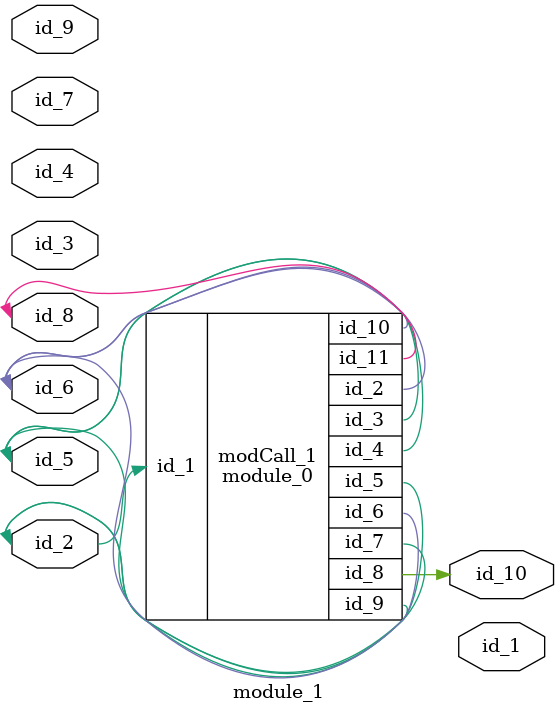
<source format=v>
module module_0 (
    id_1,
    id_2,
    id_3,
    id_4,
    id_5,
    id_6,
    id_7,
    id_8,
    id_9,
    id_10,
    id_11
);
  inout wire id_11;
  inout wire id_10;
  output wire id_9;
  output wire id_8;
  inout wire id_7;
  inout wire id_6;
  inout wire id_5;
  inout wire id_4;
  inout wire id_3;
  inout wire id_2;
  input wire id_1;
  wire id_12;
endmodule
module module_1 (
    id_1,
    id_2,
    id_3,
    id_4,
    id_5,
    id_6,
    id_7,
    id_8,
    id_9,
    id_10
);
  output wire id_10;
  module_0 modCall_1 (
      id_2,
      id_6,
      id_5,
      id_5,
      id_5,
      id_6,
      id_2,
      id_10,
      id_2,
      id_6,
      id_8
  );
  input wire id_9;
  inout wire id_8;
  input wire id_7;
  inout wire id_6;
  inout wire id_5;
  input wire id_4;
  input wire id_3;
  inout wire id_2;
  output wire id_1;
  wire id_11;
  ;
endmodule

</source>
